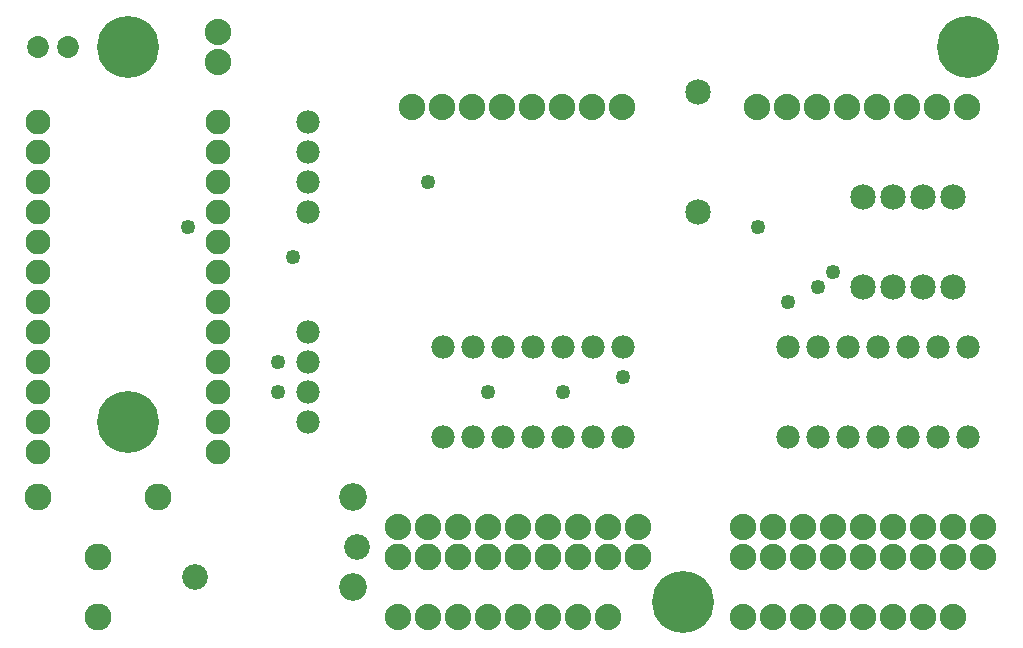
<source format=gbs>
G04 MADE WITH FRITZING*
G04 WWW.FRITZING.ORG*
G04 DOUBLE SIDED*
G04 HOLES PLATED*
G04 CONTOUR ON CENTER OF CONTOUR VECTOR*
%ASAXBY*%
%FSLAX23Y23*%
%MOIN*%
%OFA0B0*%
%SFA1.0B1.0*%
%ADD10C,0.085000*%
%ADD11C,0.090000*%
%ADD12C,0.049370*%
%ADD13C,0.085433*%
%ADD14C,0.088000*%
%ADD15C,0.082892*%
%ADD16C,0.077559*%
%ADD17C,0.206851*%
%ADD18C,0.092000*%
%ADD19C,0.089370*%
%ADD20C,0.072992*%
%ADD21C,0.030000*%
%ADD22C,0.025748*%
%LNMASK0*%
G90*
G70*
G54D10*
X2836Y1263D03*
X2836Y1563D03*
X2936Y1263D03*
X2936Y1563D03*
X3036Y1263D03*
X3036Y1563D03*
X3136Y1263D03*
X3136Y1563D03*
G54D11*
X286Y163D03*
X286Y363D03*
G54D12*
X2036Y962D03*
X1836Y913D03*
X1586Y913D03*
X2586Y1213D03*
X2736Y1313D03*
X2688Y1262D03*
X2486Y1463D03*
X1386Y1613D03*
X886Y1013D03*
X886Y913D03*
X586Y1463D03*
X936Y1363D03*
G54D13*
X1150Y395D03*
X610Y295D03*
G54D14*
X686Y2013D03*
X686Y2113D03*
G54D15*
X86Y1813D03*
X86Y1713D03*
X86Y1613D03*
X86Y1513D03*
X86Y1413D03*
X686Y913D03*
X686Y1013D03*
X686Y1113D03*
X86Y1313D03*
X86Y813D03*
X86Y713D03*
X86Y1213D03*
X86Y1113D03*
X86Y1013D03*
X86Y913D03*
X686Y713D03*
X686Y813D03*
X686Y1713D03*
X686Y1613D03*
X686Y1513D03*
X686Y1413D03*
X686Y1313D03*
X686Y1213D03*
X686Y1813D03*
G54D16*
X1436Y763D03*
X1436Y1063D03*
X1536Y763D03*
X1536Y1063D03*
X1636Y763D03*
X1636Y1063D03*
X1736Y763D03*
X1736Y1063D03*
X1836Y763D03*
X1836Y1063D03*
X1936Y763D03*
X1936Y1063D03*
X2036Y763D03*
X2036Y1063D03*
X2586Y763D03*
X2586Y1063D03*
X2686Y763D03*
X2686Y1063D03*
X2786Y763D03*
X2786Y1063D03*
X2886Y763D03*
X2886Y1063D03*
X2986Y763D03*
X2986Y1063D03*
X3086Y763D03*
X3086Y1063D03*
X3186Y763D03*
X3186Y1063D03*
G54D17*
X3186Y2063D03*
X2236Y213D03*
X386Y813D03*
X386Y2063D03*
G54D14*
X3136Y163D03*
X3036Y163D03*
X2936Y163D03*
X2836Y163D03*
X2736Y163D03*
X2636Y163D03*
X2536Y163D03*
X2436Y163D03*
X1986Y163D03*
X1886Y163D03*
X1786Y163D03*
X1686Y163D03*
X1586Y163D03*
X1486Y163D03*
X1386Y163D03*
X1286Y163D03*
G54D16*
X986Y1113D03*
X986Y1013D03*
X986Y913D03*
X986Y813D03*
X986Y1813D03*
X986Y1713D03*
X986Y1613D03*
X986Y1513D03*
G54D18*
X1136Y263D03*
X1136Y561D03*
G54D11*
X86Y563D03*
X486Y563D03*
G54D14*
X2034Y1863D03*
X1934Y1863D03*
X1834Y1863D03*
X1734Y1863D03*
X1634Y1863D03*
X1534Y1863D03*
X1434Y1863D03*
X1334Y1863D03*
X3184Y1863D03*
X3084Y1863D03*
X2984Y1863D03*
X2884Y1863D03*
X2784Y1863D03*
X2684Y1863D03*
X2584Y1863D03*
X2484Y1863D03*
G54D19*
X2086Y363D03*
X1986Y363D03*
X1886Y363D03*
X1786Y363D03*
X1686Y363D03*
X1586Y363D03*
X1486Y363D03*
X1386Y363D03*
X1286Y363D03*
G54D14*
X2086Y463D03*
X1986Y463D03*
X1886Y463D03*
X1786Y463D03*
X1686Y463D03*
X1586Y463D03*
X1486Y463D03*
X1386Y463D03*
X1286Y463D03*
X3236Y363D03*
X3136Y363D03*
X3036Y363D03*
X2936Y363D03*
X2836Y363D03*
X2736Y363D03*
X2636Y363D03*
X2536Y363D03*
X2436Y363D03*
X3236Y463D03*
X3136Y463D03*
X3036Y463D03*
X2936Y463D03*
X2836Y463D03*
X2736Y463D03*
X2636Y463D03*
X2536Y463D03*
X2436Y463D03*
G54D10*
X2286Y1913D03*
X2286Y1513D03*
G54D20*
X185Y2063D03*
X86Y2063D03*
G54D21*
G36*
X2809Y1291D02*
X2864Y1291D01*
X2864Y1236D01*
X2809Y1236D01*
X2809Y1291D01*
G37*
D02*
G36*
X256Y133D02*
X256Y193D01*
X316Y193D01*
X316Y133D01*
X256Y133D01*
G37*
D02*
G36*
X1412Y787D02*
X1460Y787D01*
X1460Y740D01*
X1412Y740D01*
X1412Y787D01*
G37*
D02*
G36*
X2562Y787D02*
X2610Y787D01*
X2610Y740D01*
X2562Y740D01*
X2562Y787D01*
G37*
D02*
G36*
X1105Y293D02*
X1167Y293D01*
X1167Y231D01*
X1105Y231D01*
X1105Y293D01*
G37*
D02*
G54D22*
G36*
X161Y2087D02*
X208Y2087D01*
X208Y2040D01*
X161Y2040D01*
X161Y2087D01*
G37*
D02*
G04 End of Mask0*
M02*
</source>
